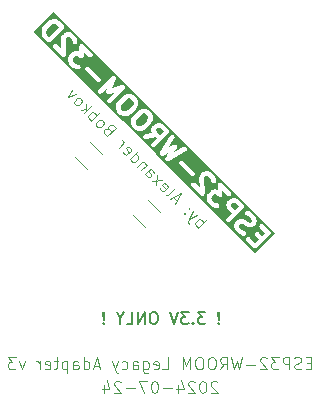
<source format=gbr>
%TF.GenerationSoftware,KiCad,Pcbnew,8.0.4*%
%TF.CreationDate,2024-07-25T09:27:33-04:00*%
%TF.ProjectId,ESP32-WROOM-Socket-Legacy-v2,45535033-322d-4575-924f-4f4d2d536f63,rev?*%
%TF.SameCoordinates,Original*%
%TF.FileFunction,Legend,Bot*%
%TF.FilePolarity,Positive*%
%FSLAX46Y46*%
G04 Gerber Fmt 4.6, Leading zero omitted, Abs format (unit mm)*
G04 Created by KiCad (PCBNEW 8.0.4) date 2024-07-25 09:27:33*
%MOMM*%
%LPD*%
G01*
G04 APERTURE LIST*
%ADD10C,0.100000*%
%ADD11C,0.200000*%
%ADD12C,0.400000*%
%ADD13C,0.120000*%
G04 APERTURE END LIST*
D10*
X164817142Y-109907657D02*
X164769523Y-109860038D01*
X164769523Y-109860038D02*
X164674285Y-109812419D01*
X164674285Y-109812419D02*
X164436190Y-109812419D01*
X164436190Y-109812419D02*
X164340952Y-109860038D01*
X164340952Y-109860038D02*
X164293333Y-109907657D01*
X164293333Y-109907657D02*
X164245714Y-110002895D01*
X164245714Y-110002895D02*
X164245714Y-110098133D01*
X164245714Y-110098133D02*
X164293333Y-110240990D01*
X164293333Y-110240990D02*
X164864761Y-110812419D01*
X164864761Y-110812419D02*
X164245714Y-110812419D01*
X163626666Y-109812419D02*
X163531428Y-109812419D01*
X163531428Y-109812419D02*
X163436190Y-109860038D01*
X163436190Y-109860038D02*
X163388571Y-109907657D01*
X163388571Y-109907657D02*
X163340952Y-110002895D01*
X163340952Y-110002895D02*
X163293333Y-110193371D01*
X163293333Y-110193371D02*
X163293333Y-110431466D01*
X163293333Y-110431466D02*
X163340952Y-110621942D01*
X163340952Y-110621942D02*
X163388571Y-110717180D01*
X163388571Y-110717180D02*
X163436190Y-110764800D01*
X163436190Y-110764800D02*
X163531428Y-110812419D01*
X163531428Y-110812419D02*
X163626666Y-110812419D01*
X163626666Y-110812419D02*
X163721904Y-110764800D01*
X163721904Y-110764800D02*
X163769523Y-110717180D01*
X163769523Y-110717180D02*
X163817142Y-110621942D01*
X163817142Y-110621942D02*
X163864761Y-110431466D01*
X163864761Y-110431466D02*
X163864761Y-110193371D01*
X163864761Y-110193371D02*
X163817142Y-110002895D01*
X163817142Y-110002895D02*
X163769523Y-109907657D01*
X163769523Y-109907657D02*
X163721904Y-109860038D01*
X163721904Y-109860038D02*
X163626666Y-109812419D01*
X162912380Y-109907657D02*
X162864761Y-109860038D01*
X162864761Y-109860038D02*
X162769523Y-109812419D01*
X162769523Y-109812419D02*
X162531428Y-109812419D01*
X162531428Y-109812419D02*
X162436190Y-109860038D01*
X162436190Y-109860038D02*
X162388571Y-109907657D01*
X162388571Y-109907657D02*
X162340952Y-110002895D01*
X162340952Y-110002895D02*
X162340952Y-110098133D01*
X162340952Y-110098133D02*
X162388571Y-110240990D01*
X162388571Y-110240990D02*
X162959999Y-110812419D01*
X162959999Y-110812419D02*
X162340952Y-110812419D01*
X161483809Y-110145752D02*
X161483809Y-110812419D01*
X161721904Y-109764800D02*
X161959999Y-110479085D01*
X161959999Y-110479085D02*
X161340952Y-110479085D01*
X160959999Y-110431466D02*
X160198095Y-110431466D01*
X159531428Y-109812419D02*
X159436190Y-109812419D01*
X159436190Y-109812419D02*
X159340952Y-109860038D01*
X159340952Y-109860038D02*
X159293333Y-109907657D01*
X159293333Y-109907657D02*
X159245714Y-110002895D01*
X159245714Y-110002895D02*
X159198095Y-110193371D01*
X159198095Y-110193371D02*
X159198095Y-110431466D01*
X159198095Y-110431466D02*
X159245714Y-110621942D01*
X159245714Y-110621942D02*
X159293333Y-110717180D01*
X159293333Y-110717180D02*
X159340952Y-110764800D01*
X159340952Y-110764800D02*
X159436190Y-110812419D01*
X159436190Y-110812419D02*
X159531428Y-110812419D01*
X159531428Y-110812419D02*
X159626666Y-110764800D01*
X159626666Y-110764800D02*
X159674285Y-110717180D01*
X159674285Y-110717180D02*
X159721904Y-110621942D01*
X159721904Y-110621942D02*
X159769523Y-110431466D01*
X159769523Y-110431466D02*
X159769523Y-110193371D01*
X159769523Y-110193371D02*
X159721904Y-110002895D01*
X159721904Y-110002895D02*
X159674285Y-109907657D01*
X159674285Y-109907657D02*
X159626666Y-109860038D01*
X159626666Y-109860038D02*
X159531428Y-109812419D01*
X158864761Y-109812419D02*
X158198095Y-109812419D01*
X158198095Y-109812419D02*
X158626666Y-110812419D01*
X157817142Y-110431466D02*
X157055238Y-110431466D01*
X156626666Y-109907657D02*
X156579047Y-109860038D01*
X156579047Y-109860038D02*
X156483809Y-109812419D01*
X156483809Y-109812419D02*
X156245714Y-109812419D01*
X156245714Y-109812419D02*
X156150476Y-109860038D01*
X156150476Y-109860038D02*
X156102857Y-109907657D01*
X156102857Y-109907657D02*
X156055238Y-110002895D01*
X156055238Y-110002895D02*
X156055238Y-110098133D01*
X156055238Y-110098133D02*
X156102857Y-110240990D01*
X156102857Y-110240990D02*
X156674285Y-110812419D01*
X156674285Y-110812419D02*
X156055238Y-110812419D01*
X155198095Y-110145752D02*
X155198095Y-110812419D01*
X155436190Y-109764800D02*
X155674285Y-110479085D01*
X155674285Y-110479085D02*
X155055238Y-110479085D01*
D11*
X164940951Y-104896980D02*
X164893332Y-104944600D01*
X164893332Y-104944600D02*
X164940951Y-104992219D01*
X164940951Y-104992219D02*
X164988570Y-104944600D01*
X164988570Y-104944600D02*
X164940951Y-104896980D01*
X164940951Y-104896980D02*
X164940951Y-104992219D01*
X164940951Y-104611266D02*
X164988570Y-104039838D01*
X164988570Y-104039838D02*
X164940951Y-103992219D01*
X164940951Y-103992219D02*
X164893332Y-104039838D01*
X164893332Y-104039838D02*
X164940951Y-104611266D01*
X164940951Y-104611266D02*
X164940951Y-103992219D01*
X163798094Y-103992219D02*
X163179047Y-103992219D01*
X163179047Y-103992219D02*
X163512380Y-104373171D01*
X163512380Y-104373171D02*
X163369523Y-104373171D01*
X163369523Y-104373171D02*
X163274285Y-104420790D01*
X163274285Y-104420790D02*
X163226666Y-104468409D01*
X163226666Y-104468409D02*
X163179047Y-104563647D01*
X163179047Y-104563647D02*
X163179047Y-104801742D01*
X163179047Y-104801742D02*
X163226666Y-104896980D01*
X163226666Y-104896980D02*
X163274285Y-104944600D01*
X163274285Y-104944600D02*
X163369523Y-104992219D01*
X163369523Y-104992219D02*
X163655237Y-104992219D01*
X163655237Y-104992219D02*
X163750475Y-104944600D01*
X163750475Y-104944600D02*
X163798094Y-104896980D01*
X162750475Y-104896980D02*
X162702856Y-104944600D01*
X162702856Y-104944600D02*
X162750475Y-104992219D01*
X162750475Y-104992219D02*
X162798094Y-104944600D01*
X162798094Y-104944600D02*
X162750475Y-104896980D01*
X162750475Y-104896980D02*
X162750475Y-104992219D01*
X162369523Y-103992219D02*
X161750476Y-103992219D01*
X161750476Y-103992219D02*
X162083809Y-104373171D01*
X162083809Y-104373171D02*
X161940952Y-104373171D01*
X161940952Y-104373171D02*
X161845714Y-104420790D01*
X161845714Y-104420790D02*
X161798095Y-104468409D01*
X161798095Y-104468409D02*
X161750476Y-104563647D01*
X161750476Y-104563647D02*
X161750476Y-104801742D01*
X161750476Y-104801742D02*
X161798095Y-104896980D01*
X161798095Y-104896980D02*
X161845714Y-104944600D01*
X161845714Y-104944600D02*
X161940952Y-104992219D01*
X161940952Y-104992219D02*
X162226666Y-104992219D01*
X162226666Y-104992219D02*
X162321904Y-104944600D01*
X162321904Y-104944600D02*
X162369523Y-104896980D01*
X161464761Y-103992219D02*
X161131428Y-104992219D01*
X161131428Y-104992219D02*
X160798095Y-103992219D01*
X159512380Y-103992219D02*
X159321904Y-103992219D01*
X159321904Y-103992219D02*
X159226666Y-104039838D01*
X159226666Y-104039838D02*
X159131428Y-104135076D01*
X159131428Y-104135076D02*
X159083809Y-104325552D01*
X159083809Y-104325552D02*
X159083809Y-104658885D01*
X159083809Y-104658885D02*
X159131428Y-104849361D01*
X159131428Y-104849361D02*
X159226666Y-104944600D01*
X159226666Y-104944600D02*
X159321904Y-104992219D01*
X159321904Y-104992219D02*
X159512380Y-104992219D01*
X159512380Y-104992219D02*
X159607618Y-104944600D01*
X159607618Y-104944600D02*
X159702856Y-104849361D01*
X159702856Y-104849361D02*
X159750475Y-104658885D01*
X159750475Y-104658885D02*
X159750475Y-104325552D01*
X159750475Y-104325552D02*
X159702856Y-104135076D01*
X159702856Y-104135076D02*
X159607618Y-104039838D01*
X159607618Y-104039838D02*
X159512380Y-103992219D01*
X158655237Y-104992219D02*
X158655237Y-103992219D01*
X158655237Y-103992219D02*
X158083809Y-104992219D01*
X158083809Y-104992219D02*
X158083809Y-103992219D01*
X157131428Y-104992219D02*
X157607618Y-104992219D01*
X157607618Y-104992219D02*
X157607618Y-103992219D01*
X156607618Y-104516028D02*
X156607618Y-104992219D01*
X156940951Y-103992219D02*
X156607618Y-104516028D01*
X156607618Y-104516028D02*
X156274285Y-103992219D01*
X155179046Y-104896980D02*
X155131427Y-104944600D01*
X155131427Y-104944600D02*
X155179046Y-104992219D01*
X155179046Y-104992219D02*
X155226665Y-104944600D01*
X155226665Y-104944600D02*
X155179046Y-104896980D01*
X155179046Y-104896980D02*
X155179046Y-104992219D01*
X155179046Y-104611266D02*
X155226665Y-104039838D01*
X155226665Y-104039838D02*
X155179046Y-103992219D01*
X155179046Y-103992219D02*
X155131427Y-104039838D01*
X155131427Y-104039838D02*
X155179046Y-104611266D01*
X155179046Y-104611266D02*
X155179046Y-103992219D01*
D10*
X163192395Y-96819283D02*
X163899502Y-96112176D01*
X163630128Y-96381550D02*
X163596456Y-96280535D01*
X163596456Y-96280535D02*
X163461769Y-96145848D01*
X163461769Y-96145848D02*
X163360754Y-96112176D01*
X163360754Y-96112176D02*
X163293410Y-96112176D01*
X163293410Y-96112176D02*
X163192395Y-96145848D01*
X163192395Y-96145848D02*
X162990365Y-96347879D01*
X162990365Y-96347879D02*
X162956693Y-96448894D01*
X162956693Y-96448894D02*
X162956693Y-96516237D01*
X162956693Y-96516237D02*
X162990365Y-96617253D01*
X162990365Y-96617253D02*
X163125052Y-96751940D01*
X163125052Y-96751940D02*
X163226067Y-96785611D01*
X163091380Y-95775459D02*
X162451616Y-96078505D01*
X162754662Y-95438741D02*
X162451616Y-96078505D01*
X162451616Y-96078505D02*
X162350601Y-96314207D01*
X162350601Y-96314207D02*
X162350601Y-96381550D01*
X162350601Y-96381550D02*
X162384273Y-96482566D01*
X162081227Y-95573428D02*
X162013883Y-95573428D01*
X162013883Y-95573428D02*
X162013883Y-95640772D01*
X162013883Y-95640772D02*
X162081227Y-95640772D01*
X162081227Y-95640772D02*
X162081227Y-95573428D01*
X162081227Y-95573428D02*
X162013883Y-95640772D01*
X162451616Y-95203039D02*
X162384273Y-95203039D01*
X162384273Y-95203039D02*
X162384273Y-95270382D01*
X162384273Y-95270382D02*
X162451616Y-95270382D01*
X162451616Y-95270382D02*
X162451616Y-95203039D01*
X162451616Y-95203039D02*
X162384273Y-95270382D01*
X161374120Y-94596948D02*
X161037403Y-94260230D01*
X161239433Y-94866322D02*
X161710838Y-93923513D01*
X161710838Y-93923513D02*
X160768029Y-94394917D01*
X160431311Y-94058199D02*
X160532326Y-94091871D01*
X160532326Y-94091871D02*
X160633342Y-94058199D01*
X160633342Y-94058199D02*
X161239433Y-93452108D01*
X159926235Y-93485779D02*
X159959906Y-93586795D01*
X159959906Y-93586795D02*
X160094593Y-93721482D01*
X160094593Y-93721482D02*
X160195609Y-93755153D01*
X160195609Y-93755153D02*
X160296624Y-93721482D01*
X160296624Y-93721482D02*
X160565998Y-93452108D01*
X160565998Y-93452108D02*
X160599670Y-93351092D01*
X160599670Y-93351092D02*
X160565998Y-93250077D01*
X160565998Y-93250077D02*
X160431311Y-93115390D01*
X160431311Y-93115390D02*
X160330296Y-93081718D01*
X160330296Y-93081718D02*
X160229280Y-93115390D01*
X160229280Y-93115390D02*
X160161937Y-93182734D01*
X160161937Y-93182734D02*
X160431311Y-93586795D01*
X159623189Y-93250077D02*
X159724204Y-92408283D01*
X160094593Y-92778672D02*
X159252799Y-92879688D01*
X158680380Y-92307268D02*
X159050769Y-91936879D01*
X159050769Y-91936879D02*
X159151784Y-91903207D01*
X159151784Y-91903207D02*
X159252799Y-91936879D01*
X159252799Y-91936879D02*
X159387486Y-92071566D01*
X159387486Y-92071566D02*
X159421158Y-92172581D01*
X158714051Y-92273596D02*
X158747723Y-92374611D01*
X158747723Y-92374611D02*
X158916082Y-92542970D01*
X158916082Y-92542970D02*
X159017097Y-92576642D01*
X159017097Y-92576642D02*
X159118112Y-92542970D01*
X159118112Y-92542970D02*
X159185456Y-92475627D01*
X159185456Y-92475627D02*
X159219128Y-92374611D01*
X159219128Y-92374611D02*
X159185456Y-92273596D01*
X159185456Y-92273596D02*
X159017097Y-92105237D01*
X159017097Y-92105237D02*
X158983425Y-92004222D01*
X158815067Y-91499146D02*
X158343662Y-91970550D01*
X158747723Y-91566489D02*
X158747723Y-91499146D01*
X158747723Y-91499146D02*
X158714051Y-91398130D01*
X158714051Y-91398130D02*
X158613036Y-91297115D01*
X158613036Y-91297115D02*
X158512021Y-91263443D01*
X158512021Y-91263443D02*
X158411006Y-91297115D01*
X158411006Y-91297115D02*
X158040616Y-91667504D01*
X157400853Y-91027741D02*
X158107960Y-90320634D01*
X157434525Y-90994069D02*
X157468196Y-91095085D01*
X157468196Y-91095085D02*
X157602883Y-91229772D01*
X157602883Y-91229772D02*
X157703899Y-91263443D01*
X157703899Y-91263443D02*
X157771242Y-91263443D01*
X157771242Y-91263443D02*
X157872257Y-91229772D01*
X157872257Y-91229772D02*
X158074288Y-91027741D01*
X158074288Y-91027741D02*
X158107960Y-90926726D01*
X158107960Y-90926726D02*
X158107960Y-90859382D01*
X158107960Y-90859382D02*
X158074288Y-90758367D01*
X158074288Y-90758367D02*
X157939601Y-90623680D01*
X157939601Y-90623680D02*
X157838586Y-90590008D01*
X156828433Y-90387978D02*
X156862105Y-90488993D01*
X156862105Y-90488993D02*
X156996792Y-90623680D01*
X156996792Y-90623680D02*
X157097807Y-90657352D01*
X157097807Y-90657352D02*
X157198822Y-90623680D01*
X157198822Y-90623680D02*
X157468196Y-90354306D01*
X157468196Y-90354306D02*
X157501868Y-90253291D01*
X157501868Y-90253291D02*
X157468196Y-90152276D01*
X157468196Y-90152276D02*
X157333509Y-90017589D01*
X157333509Y-90017589D02*
X157232494Y-89983917D01*
X157232494Y-89983917D02*
X157131479Y-90017589D01*
X157131479Y-90017589D02*
X157064135Y-90084932D01*
X157064135Y-90084932D02*
X157333509Y-90488993D01*
X156458044Y-90084932D02*
X156929448Y-89613527D01*
X156794761Y-89748214D02*
X156828433Y-89647199D01*
X156828433Y-89647199D02*
X156828433Y-89579856D01*
X156828433Y-89579856D02*
X156794761Y-89478840D01*
X156794761Y-89478840D02*
X156727418Y-89411497D01*
X155616249Y-88502359D02*
X155481562Y-88435016D01*
X155481562Y-88435016D02*
X155414219Y-88435016D01*
X155414219Y-88435016D02*
X155313204Y-88468687D01*
X155313204Y-88468687D02*
X155212188Y-88569703D01*
X155212188Y-88569703D02*
X155178517Y-88670718D01*
X155178517Y-88670718D02*
X155178517Y-88738061D01*
X155178517Y-88738061D02*
X155212188Y-88839077D01*
X155212188Y-88839077D02*
X155481562Y-89108451D01*
X155481562Y-89108451D02*
X156188669Y-88401344D01*
X156188669Y-88401344D02*
X155952967Y-88165642D01*
X155952967Y-88165642D02*
X155851952Y-88131970D01*
X155851952Y-88131970D02*
X155784608Y-88131970D01*
X155784608Y-88131970D02*
X155683593Y-88165642D01*
X155683593Y-88165642D02*
X155616249Y-88232985D01*
X155616249Y-88232985D02*
X155582578Y-88334000D01*
X155582578Y-88334000D02*
X155582578Y-88401344D01*
X155582578Y-88401344D02*
X155616249Y-88502359D01*
X155616249Y-88502359D02*
X155851952Y-88738061D01*
X154673440Y-88300329D02*
X154774456Y-88334000D01*
X154774456Y-88334000D02*
X154841799Y-88334000D01*
X154841799Y-88334000D02*
X154942814Y-88300329D01*
X154942814Y-88300329D02*
X155144845Y-88098298D01*
X155144845Y-88098298D02*
X155178517Y-87997283D01*
X155178517Y-87997283D02*
X155178517Y-87929939D01*
X155178517Y-87929939D02*
X155144845Y-87828924D01*
X155144845Y-87828924D02*
X155043830Y-87727909D01*
X155043830Y-87727909D02*
X154942814Y-87694237D01*
X154942814Y-87694237D02*
X154875471Y-87694237D01*
X154875471Y-87694237D02*
X154774456Y-87727909D01*
X154774456Y-87727909D02*
X154572425Y-87929939D01*
X154572425Y-87929939D02*
X154538753Y-88030955D01*
X154538753Y-88030955D02*
X154538753Y-88098298D01*
X154538753Y-88098298D02*
X154572425Y-88199313D01*
X154572425Y-88199313D02*
X154673440Y-88300329D01*
X154134692Y-87761581D02*
X154841799Y-87054474D01*
X154572425Y-87323848D02*
X154538753Y-87222833D01*
X154538753Y-87222833D02*
X154404066Y-87088146D01*
X154404066Y-87088146D02*
X154303051Y-87054474D01*
X154303051Y-87054474D02*
X154235708Y-87054474D01*
X154235708Y-87054474D02*
X154134692Y-87088146D01*
X154134692Y-87088146D02*
X153932662Y-87290176D01*
X153932662Y-87290176D02*
X153898990Y-87391191D01*
X153898990Y-87391191D02*
X153898990Y-87458535D01*
X153898990Y-87458535D02*
X153932662Y-87559550D01*
X153932662Y-87559550D02*
X154067349Y-87694237D01*
X154067349Y-87694237D02*
X154168364Y-87727909D01*
X153494929Y-87121817D02*
X154202036Y-86414710D01*
X153696959Y-86785100D02*
X153225555Y-86852443D01*
X153696959Y-86381039D02*
X153696959Y-86919787D01*
X152821494Y-86448382D02*
X152922509Y-86482054D01*
X152922509Y-86482054D02*
X152989853Y-86482054D01*
X152989853Y-86482054D02*
X153090868Y-86448382D01*
X153090868Y-86448382D02*
X153292898Y-86246352D01*
X153292898Y-86246352D02*
X153326570Y-86145336D01*
X153326570Y-86145336D02*
X153326570Y-86077993D01*
X153326570Y-86077993D02*
X153292898Y-85976978D01*
X153292898Y-85976978D02*
X153191883Y-85875962D01*
X153191883Y-85875962D02*
X153090868Y-85842291D01*
X153090868Y-85842291D02*
X153023524Y-85842291D01*
X153023524Y-85842291D02*
X152922509Y-85875962D01*
X152922509Y-85875962D02*
X152720479Y-86077993D01*
X152720479Y-86077993D02*
X152686807Y-86179008D01*
X152686807Y-86179008D02*
X152686807Y-86246352D01*
X152686807Y-86246352D02*
X152720479Y-86347367D01*
X152720479Y-86347367D02*
X152821494Y-86448382D01*
X152821494Y-85505573D02*
X152181730Y-85808619D01*
X152181730Y-85808619D02*
X152484776Y-85168855D01*
D12*
G36*
X166230350Y-94709510D02*
G01*
X166326736Y-94744208D01*
X166611637Y-95029109D01*
X166301857Y-95338890D01*
X166016955Y-95053989D01*
X165982257Y-94957603D01*
X165980853Y-94911279D01*
X166007106Y-94825517D01*
X166098265Y-94734359D01*
X166184026Y-94708106D01*
X166230350Y-94709510D01*
G37*
G36*
X159876490Y-88355650D02*
G01*
X159972876Y-88390348D01*
X160257777Y-88675249D01*
X159947997Y-88985030D01*
X159663095Y-88700129D01*
X159628397Y-88603743D01*
X159626993Y-88557419D01*
X159653246Y-88471657D01*
X159744405Y-88380499D01*
X159830166Y-88354246D01*
X159876490Y-88355650D01*
G37*
G36*
X158674411Y-87153568D02*
G01*
X158770793Y-87188265D01*
X158936535Y-87354007D01*
X158971234Y-87450393D01*
X158975276Y-87583791D01*
X158858773Y-87784573D01*
X158518574Y-88124773D01*
X158317791Y-88241277D01*
X158184392Y-88237235D01*
X158088006Y-88202536D01*
X157922265Y-88036795D01*
X157887567Y-87940409D01*
X157883525Y-87807012D01*
X158000029Y-87606227D01*
X158340224Y-87266032D01*
X158541012Y-87149525D01*
X158674411Y-87153568D01*
G37*
G36*
X157415085Y-85894245D02*
G01*
X157511471Y-85928943D01*
X157677212Y-86094684D01*
X157711910Y-86191070D01*
X157715953Y-86324467D01*
X157599449Y-86525251D01*
X157259252Y-86865449D01*
X157058466Y-86981954D01*
X156925069Y-86977911D01*
X156828683Y-86943213D01*
X156662942Y-86777472D01*
X156628244Y-86681086D01*
X156624201Y-86547689D01*
X156740705Y-86346905D01*
X157080904Y-86006707D01*
X157281689Y-85890203D01*
X157415085Y-85894245D01*
G37*
G36*
X151104374Y-79597200D02*
G01*
X151262145Y-79679617D01*
X151385270Y-79802742D01*
X150536741Y-80651271D01*
X150413618Y-80528148D01*
X150331199Y-80370374D01*
X150326855Y-80227029D01*
X150360970Y-80115587D01*
X150494596Y-79885294D01*
X150619294Y-79760596D01*
X150849586Y-79626970D01*
X150961027Y-79592856D01*
X151104374Y-79597200D01*
G37*
G36*
X169692603Y-97261547D02*
G01*
X167995546Y-98958604D01*
X166818422Y-97781480D01*
X167226969Y-97781480D01*
X167226969Y-97859516D01*
X167256832Y-97931612D01*
X167281705Y-97961919D01*
X167854125Y-98534339D01*
X167884432Y-98559212D01*
X167956528Y-98589075D01*
X168034564Y-98589075D01*
X168106660Y-98559212D01*
X168136967Y-98534339D01*
X169268338Y-97402969D01*
X169293211Y-97372661D01*
X169323074Y-97300565D01*
X169323074Y-97222529D01*
X169293211Y-97150433D01*
X169268338Y-97120126D01*
X168695918Y-96547706D01*
X168665611Y-96522833D01*
X168593515Y-96492970D01*
X168515479Y-96492970D01*
X168443383Y-96522833D01*
X168388203Y-96578013D01*
X168358340Y-96650109D01*
X168358340Y-96728145D01*
X168388203Y-96800241D01*
X168413076Y-96830548D01*
X168844074Y-97261546D01*
X168588168Y-97517452D01*
X168328896Y-97258180D01*
X168298589Y-97233307D01*
X168226493Y-97203444D01*
X168148457Y-97203444D01*
X168076361Y-97233307D01*
X168021181Y-97288487D01*
X167991318Y-97360583D01*
X167991318Y-97438619D01*
X168021181Y-97510715D01*
X168046054Y-97541022D01*
X168305326Y-97800294D01*
X167995545Y-98110075D01*
X167564547Y-97679077D01*
X167534240Y-97654204D01*
X167462144Y-97624341D01*
X167384108Y-97624341D01*
X167312012Y-97654204D01*
X167256832Y-97709384D01*
X167226969Y-97781480D01*
X166818422Y-97781480D01*
X165668152Y-96631210D01*
X166243370Y-96631210D01*
X166246738Y-96742327D01*
X166249116Y-96760737D01*
X166248868Y-96765998D01*
X166250767Y-96773519D01*
X166251761Y-96781211D01*
X166253922Y-96786011D01*
X166258468Y-96804012D01*
X166319077Y-96972370D01*
X166335909Y-97007780D01*
X166339129Y-97011319D01*
X166340961Y-97015741D01*
X166365834Y-97046049D01*
X166652044Y-97332257D01*
X166664761Y-97342694D01*
X166668057Y-97346633D01*
X166675484Y-97351494D01*
X166682351Y-97357130D01*
X166687097Y-97359096D01*
X166700861Y-97368105D01*
X166926461Y-97485957D01*
X166962824Y-97500617D01*
X167040553Y-97507530D01*
X167115011Y-97484171D01*
X167174862Y-97434097D01*
X167210994Y-97364930D01*
X167217907Y-97287200D01*
X167194548Y-97212742D01*
X167144474Y-97152891D01*
X167111669Y-97131419D01*
X166913225Y-97027753D01*
X166680288Y-96794817D01*
X166645590Y-96698432D01*
X166644186Y-96652109D01*
X166670440Y-96566347D01*
X166707723Y-96529064D01*
X166793487Y-96502810D01*
X166839809Y-96504214D01*
X166958542Y-96546957D01*
X167223573Y-96711025D01*
X167225085Y-96711767D01*
X167225691Y-96712318D01*
X167242323Y-96720224D01*
X167258772Y-96728294D01*
X167259575Y-96728425D01*
X167261101Y-96729150D01*
X167429460Y-96789758D01*
X167447462Y-96794304D01*
X167452263Y-96796466D01*
X167459950Y-96797459D01*
X167467473Y-96799359D01*
X167472735Y-96799110D01*
X167491147Y-96801489D01*
X167602264Y-96804856D01*
X167623202Y-96803432D01*
X167628430Y-96803934D01*
X167634844Y-96802641D01*
X167641380Y-96802197D01*
X167646294Y-96800333D01*
X167666864Y-96796188D01*
X167831856Y-96745680D01*
X167868040Y-96730584D01*
X167875495Y-96724433D01*
X167884427Y-96720734D01*
X167914734Y-96695861D01*
X168022483Y-96588112D01*
X168047356Y-96557805D01*
X168051055Y-96548873D01*
X168057206Y-96541418D01*
X168072302Y-96505234D01*
X168122810Y-96340242D01*
X168126955Y-96319672D01*
X168128819Y-96314758D01*
X168129263Y-96308222D01*
X168130556Y-96301808D01*
X168130054Y-96296580D01*
X168131478Y-96275642D01*
X168128111Y-96164525D01*
X168125732Y-96146113D01*
X168125981Y-96140851D01*
X168124081Y-96133328D01*
X168123088Y-96125641D01*
X168120926Y-96120840D01*
X168116380Y-96102838D01*
X168055771Y-95934480D01*
X168038939Y-95899070D01*
X168035719Y-95895531D01*
X168033888Y-95891110D01*
X168009015Y-95860803D01*
X167722805Y-95574593D01*
X167710086Y-95564155D01*
X167706791Y-95560216D01*
X167699362Y-95555353D01*
X167692498Y-95549720D01*
X167687752Y-95547754D01*
X167673987Y-95538744D01*
X167448386Y-95420893D01*
X167412023Y-95406233D01*
X167334294Y-95399321D01*
X167259836Y-95422680D01*
X167199985Y-95472755D01*
X167163853Y-95541923D01*
X167156941Y-95619652D01*
X167180300Y-95694110D01*
X167230375Y-95753961D01*
X167263180Y-95775433D01*
X167461628Y-95879100D01*
X167694559Y-96112031D01*
X167729257Y-96208417D01*
X167730661Y-96254739D01*
X167704406Y-96340504D01*
X167667126Y-96377784D01*
X167581361Y-96404039D01*
X167535038Y-96402635D01*
X167416300Y-96359890D01*
X167151275Y-96195825D01*
X167149760Y-96195081D01*
X167149156Y-96194532D01*
X167132590Y-96186657D01*
X167116076Y-96178555D01*
X167115267Y-96178423D01*
X167113746Y-96177700D01*
X166945388Y-96117091D01*
X166927383Y-96112544D01*
X166922585Y-96110384D01*
X166914897Y-96109390D01*
X166907374Y-96107491D01*
X166902111Y-96107739D01*
X166883701Y-96105361D01*
X166772584Y-96101994D01*
X166751645Y-96103417D01*
X166746418Y-96102916D01*
X166740003Y-96104208D01*
X166733468Y-96104653D01*
X166728553Y-96106516D01*
X166707984Y-96110662D01*
X166542993Y-96161170D01*
X166506808Y-96176266D01*
X166499350Y-96182418D01*
X166490423Y-96186116D01*
X166460115Y-96210988D01*
X166352365Y-96318737D01*
X166327493Y-96349044D01*
X166323793Y-96357975D01*
X166317642Y-96365432D01*
X166302546Y-96401616D01*
X166252038Y-96566608D01*
X166247891Y-96587180D01*
X166246029Y-96592094D01*
X166245584Y-96598626D01*
X166244292Y-96605042D01*
X166244793Y-96610269D01*
X166243370Y-96631210D01*
X165668152Y-96631210D01*
X165158405Y-96121463D01*
X165566952Y-96121463D01*
X165566952Y-96199499D01*
X165596815Y-96271595D01*
X165651995Y-96326775D01*
X165724091Y-96356638D01*
X165802127Y-96356638D01*
X165874223Y-96326775D01*
X165904530Y-96301902D01*
X167035901Y-95170532D01*
X167060774Y-95140224D01*
X167090637Y-95068128D01*
X167090637Y-94990092D01*
X167060774Y-94917996D01*
X167035901Y-94887688D01*
X166577965Y-94429753D01*
X166547658Y-94404880D01*
X166543236Y-94403048D01*
X166539697Y-94399828D01*
X166504287Y-94382996D01*
X166335929Y-94322387D01*
X166317924Y-94317840D01*
X166313126Y-94315680D01*
X166305438Y-94314686D01*
X166297915Y-94312787D01*
X166292652Y-94313035D01*
X166274242Y-94310657D01*
X166163125Y-94307290D01*
X166142192Y-94308712D01*
X166136960Y-94308211D01*
X166130540Y-94309505D01*
X166124009Y-94309949D01*
X166119096Y-94311811D01*
X166098526Y-94315958D01*
X165933535Y-94366465D01*
X165897350Y-94381561D01*
X165889893Y-94387711D01*
X165880963Y-94391411D01*
X165850655Y-94416284D01*
X165689031Y-94577909D01*
X165664158Y-94608216D01*
X165660458Y-94617146D01*
X165654308Y-94624603D01*
X165639212Y-94660787D01*
X165588705Y-94825779D01*
X165584559Y-94846346D01*
X165582696Y-94851262D01*
X165582251Y-94857799D01*
X165580959Y-94864213D01*
X165581460Y-94869439D01*
X165580037Y-94890378D01*
X165583404Y-95001495D01*
X165585782Y-95019905D01*
X165585534Y-95025168D01*
X165587433Y-95032691D01*
X165588427Y-95040379D01*
X165590587Y-95045177D01*
X165595134Y-95063182D01*
X165655743Y-95231540D01*
X165672575Y-95266950D01*
X165675795Y-95270489D01*
X165677627Y-95274911D01*
X165702500Y-95305218D01*
X166019014Y-95621733D01*
X165621688Y-96019060D01*
X165596815Y-96049367D01*
X165566952Y-96121463D01*
X165158405Y-96121463D01*
X163321230Y-94284288D01*
X163896449Y-94284288D01*
X163899816Y-94395404D01*
X163902194Y-94413814D01*
X163901946Y-94419076D01*
X163903845Y-94426598D01*
X163904839Y-94434287D01*
X163906999Y-94439085D01*
X163911546Y-94457090D01*
X163972155Y-94625448D01*
X163988987Y-94660858D01*
X163992207Y-94664397D01*
X163994039Y-94668819D01*
X164018912Y-94699126D01*
X164362363Y-95042578D01*
X164392671Y-95067451D01*
X164397090Y-95069281D01*
X164400631Y-95072503D01*
X164436041Y-95089335D01*
X164604400Y-95149943D01*
X164622402Y-95154489D01*
X164627203Y-95156651D01*
X164634890Y-95157644D01*
X164642413Y-95159544D01*
X164647675Y-95159295D01*
X164666087Y-95161674D01*
X164777204Y-95165041D01*
X164816320Y-95162382D01*
X164889287Y-95134716D01*
X164946113Y-95081233D01*
X164978146Y-95010074D01*
X164980510Y-94932074D01*
X164952844Y-94859107D01*
X164899361Y-94802281D01*
X164828202Y-94770248D01*
X164789318Y-94765225D01*
X164709978Y-94762820D01*
X164613592Y-94728122D01*
X164333367Y-94447897D01*
X164298669Y-94351511D01*
X164297265Y-94305189D01*
X164323519Y-94219425D01*
X164522427Y-94020518D01*
X164608189Y-93994264D01*
X164654511Y-93995668D01*
X164750898Y-94030367D01*
X164891010Y-94170480D01*
X164912385Y-94188022D01*
X164915337Y-94191197D01*
X164917409Y-94192145D01*
X164921318Y-94195353D01*
X164954066Y-94208917D01*
X164986297Y-94223665D01*
X164989994Y-94223799D01*
X164993414Y-94225216D01*
X165028857Y-94225216D01*
X165064282Y-94226507D01*
X165067751Y-94225216D01*
X165071450Y-94225216D01*
X165104188Y-94211655D01*
X165137417Y-94199289D01*
X165140127Y-94196768D01*
X165143546Y-94195353D01*
X165168610Y-94170288D01*
X165194570Y-94146154D01*
X165196109Y-94142789D01*
X165198726Y-94140173D01*
X165212290Y-94107424D01*
X165227038Y-94075194D01*
X165227716Y-94070183D01*
X165228589Y-94068077D01*
X165228589Y-94063739D01*
X165232299Y-94036341D01*
X165245889Y-93663361D01*
X165665460Y-94082933D01*
X165695768Y-94107806D01*
X165767864Y-94137669D01*
X165845900Y-94137669D01*
X165917996Y-94107806D01*
X165973176Y-94052626D01*
X166003039Y-93980530D01*
X166003039Y-93902494D01*
X165973176Y-93830398D01*
X165948303Y-93800090D01*
X165204157Y-93055945D01*
X165182783Y-93038403D01*
X165179831Y-93035228D01*
X165177758Y-93034279D01*
X165173850Y-93031072D01*
X165141101Y-93017507D01*
X165108871Y-93002760D01*
X165105173Y-93002625D01*
X165101754Y-93001209D01*
X165066311Y-93001209D01*
X165030886Y-92999918D01*
X165027417Y-93001209D01*
X165023718Y-93001209D01*
X164990979Y-93014769D01*
X164957751Y-93027136D01*
X164955040Y-93029656D01*
X164951622Y-93031072D01*
X164926565Y-93056128D01*
X164900598Y-93080270D01*
X164899057Y-93083636D01*
X164896442Y-93086252D01*
X164882879Y-93118995D01*
X164868130Y-93151231D01*
X164867451Y-93156241D01*
X164866579Y-93158348D01*
X164866579Y-93162684D01*
X164862869Y-93190083D01*
X164846488Y-93639649D01*
X164760091Y-93608546D01*
X164742090Y-93604000D01*
X164737290Y-93601839D01*
X164729598Y-93600845D01*
X164722077Y-93598946D01*
X164716816Y-93599194D01*
X164698406Y-93596816D01*
X164587289Y-93593448D01*
X164566348Y-93594871D01*
X164561121Y-93594370D01*
X164554705Y-93595662D01*
X164548173Y-93596107D01*
X164543259Y-93597969D01*
X164522687Y-93602116D01*
X164357696Y-93652624D01*
X164321511Y-93667720D01*
X164314054Y-93673871D01*
X164305125Y-93677570D01*
X164274817Y-93702443D01*
X164005444Y-93971817D01*
X163980571Y-94002124D01*
X163976871Y-94011055D01*
X163970721Y-94018511D01*
X163955625Y-94054695D01*
X163905117Y-94219687D01*
X163900971Y-94240256D01*
X163899108Y-94245171D01*
X163898663Y-94251706D01*
X163897371Y-94258121D01*
X163897872Y-94263348D01*
X163896449Y-94284288D01*
X163321230Y-94284288D01*
X162181821Y-93144879D01*
X162590369Y-93144879D01*
X162590369Y-93222915D01*
X162620232Y-93295011D01*
X162645105Y-93325318D01*
X163389250Y-94069465D01*
X163419557Y-94094337D01*
X163422402Y-94095515D01*
X163424645Y-94097626D01*
X163458349Y-94110405D01*
X163491653Y-94124200D01*
X163494732Y-94124200D01*
X163497612Y-94125292D01*
X163533643Y-94124200D01*
X163569689Y-94124200D01*
X163572534Y-94123021D01*
X163575613Y-94122928D01*
X163608481Y-94108131D01*
X163641785Y-94094337D01*
X163643962Y-94092159D01*
X163646771Y-94090895D01*
X163671472Y-94064649D01*
X163696965Y-94039157D01*
X163698143Y-94036311D01*
X163700254Y-94034069D01*
X163713031Y-94000370D01*
X163726828Y-93967062D01*
X163726828Y-93963982D01*
X163727920Y-93961102D01*
X163730579Y-93921985D01*
X163691640Y-92637010D01*
X163760374Y-92492890D01*
X163808583Y-92444681D01*
X163894348Y-92418426D01*
X163940671Y-92419830D01*
X164037054Y-92454528D01*
X164260038Y-92677510D01*
X164294738Y-92773898D01*
X164297143Y-92853239D01*
X164302166Y-92892123D01*
X164334200Y-92963281D01*
X164391026Y-93016764D01*
X164463994Y-93044429D01*
X164541994Y-93042065D01*
X164613152Y-93010031D01*
X164666635Y-92953205D01*
X164694300Y-92880237D01*
X164696959Y-92841121D01*
X164693591Y-92730004D01*
X164691212Y-92711593D01*
X164691461Y-92706332D01*
X164689561Y-92698811D01*
X164688568Y-92691120D01*
X164686405Y-92686317D01*
X164681860Y-92668319D01*
X164621252Y-92499960D01*
X164604420Y-92464550D01*
X164601197Y-92461008D01*
X164599367Y-92456589D01*
X164574495Y-92426282D01*
X164288285Y-92140073D01*
X164257978Y-92115201D01*
X164253558Y-92113370D01*
X164250019Y-92110150D01*
X164214609Y-92093318D01*
X164046251Y-92032708D01*
X164028246Y-92028160D01*
X164023447Y-92026000D01*
X164015761Y-92025007D01*
X164008238Y-92023107D01*
X164002973Y-92023355D01*
X163984563Y-92020977D01*
X163873446Y-92017610D01*
X163852507Y-92019033D01*
X163847280Y-92018532D01*
X163840865Y-92019824D01*
X163834330Y-92020269D01*
X163829415Y-92022132D01*
X163808846Y-92026278D01*
X163643854Y-92076786D01*
X163607670Y-92091882D01*
X163600214Y-92098032D01*
X163591283Y-92101732D01*
X163560976Y-92126605D01*
X163453227Y-92234354D01*
X163438124Y-92252755D01*
X163434392Y-92256117D01*
X163431680Y-92260607D01*
X163428354Y-92264661D01*
X163426432Y-92269298D01*
X163414127Y-92289680D01*
X163309744Y-92508547D01*
X163296417Y-92545419D01*
X163295979Y-92553765D01*
X163293016Y-92561583D01*
X163290357Y-92600700D01*
X163315487Y-93430016D01*
X162927947Y-93042476D01*
X162897640Y-93017603D01*
X162825544Y-92987740D01*
X162747508Y-92987740D01*
X162675412Y-93017603D01*
X162620232Y-93072783D01*
X162590369Y-93144879D01*
X162181821Y-93144879D01*
X160319773Y-91282831D01*
X161590317Y-91282831D01*
X161590317Y-91360867D01*
X161620180Y-91432963D01*
X161645053Y-91463270D01*
X162560925Y-92379143D01*
X162591232Y-92404015D01*
X162663328Y-92433878D01*
X162741364Y-92433878D01*
X162813460Y-92404015D01*
X162868640Y-92348835D01*
X162898503Y-92276739D01*
X162898503Y-92198703D01*
X162868640Y-92126607D01*
X162843768Y-92096300D01*
X161927895Y-91180428D01*
X161897588Y-91155555D01*
X161825492Y-91125692D01*
X161747456Y-91125692D01*
X161675360Y-91155555D01*
X161620180Y-91210735D01*
X161590317Y-91282831D01*
X160319773Y-91282831D01*
X159597989Y-90561047D01*
X159953658Y-90561047D01*
X159960067Y-90586384D01*
X159963108Y-90612340D01*
X159969554Y-90623884D01*
X159972797Y-90636700D01*
X159988411Y-90657651D01*
X160001156Y-90680472D01*
X160011530Y-90688671D01*
X160019430Y-90699270D01*
X160041873Y-90712651D01*
X160062381Y-90728858D01*
X160075102Y-90732462D01*
X160086457Y-90739232D01*
X160112318Y-90743006D01*
X160137461Y-90750130D01*
X160150590Y-90748592D01*
X160163675Y-90750502D01*
X160189012Y-90744092D01*
X160214968Y-90741052D01*
X160234236Y-90732650D01*
X160239328Y-90731363D01*
X160242340Y-90729118D01*
X160250907Y-90725383D01*
X160671702Y-90490393D01*
X160436713Y-90911189D01*
X160432977Y-90919755D01*
X160430733Y-90922768D01*
X160429445Y-90927859D01*
X160421044Y-90947128D01*
X160418003Y-90973083D01*
X160411594Y-90998421D01*
X160413503Y-91011505D01*
X160411966Y-91024635D01*
X160419089Y-91049777D01*
X160422864Y-91075639D01*
X160429633Y-91086993D01*
X160433238Y-91099715D01*
X160449444Y-91120222D01*
X160462826Y-91142666D01*
X160473424Y-91150565D01*
X160481624Y-91160940D01*
X160504444Y-91173684D01*
X160525396Y-91189299D01*
X160538211Y-91192541D01*
X160549756Y-91198988D01*
X160575711Y-91202028D01*
X160601049Y-91208438D01*
X160614133Y-91206528D01*
X160627263Y-91208066D01*
X160652405Y-91200942D01*
X160678267Y-91197168D01*
X160697288Y-91188226D01*
X160702343Y-91186794D01*
X160705291Y-91184463D01*
X160713749Y-91180488D01*
X162131330Y-90335327D01*
X162162876Y-90312045D01*
X162209508Y-90249475D01*
X162228647Y-90173822D01*
X162217377Y-90096604D01*
X162177415Y-90029577D01*
X162114845Y-89982944D01*
X162039192Y-89963805D01*
X161961974Y-89975075D01*
X161926492Y-89991755D01*
X161149670Y-90454895D01*
X161365101Y-90069125D01*
X161367145Y-90064434D01*
X161368576Y-90062625D01*
X161369766Y-90058424D01*
X161380770Y-90033185D01*
X161383485Y-90010003D01*
X161389849Y-89987544D01*
X161387982Y-89971611D01*
X161389849Y-89955679D01*
X161383485Y-89933219D01*
X161380770Y-89910038D01*
X161372949Y-89896034D01*
X161368576Y-89880598D01*
X161354101Y-89862282D01*
X161342722Y-89841906D01*
X161330136Y-89831959D01*
X161320190Y-89819374D01*
X161299813Y-89807994D01*
X161281498Y-89793520D01*
X161266061Y-89789146D01*
X161252058Y-89781326D01*
X161228876Y-89778610D01*
X161206417Y-89772247D01*
X161190484Y-89774113D01*
X161174552Y-89772247D01*
X161152092Y-89778610D01*
X161128911Y-89781326D01*
X161103671Y-89792329D01*
X161099471Y-89793520D01*
X161097661Y-89794950D01*
X161092971Y-89796995D01*
X160707200Y-90012425D01*
X161170341Y-89235604D01*
X161187021Y-89200122D01*
X161198291Y-89122904D01*
X161179152Y-89047251D01*
X161132519Y-88984681D01*
X161065492Y-88944719D01*
X160988274Y-88933449D01*
X160912621Y-88952588D01*
X160850051Y-88999220D01*
X160826769Y-89030766D01*
X159981608Y-90448347D01*
X159977632Y-90456804D01*
X159975302Y-90459753D01*
X159973869Y-90464807D01*
X159964928Y-90483829D01*
X159961153Y-90509690D01*
X159954030Y-90534833D01*
X159955567Y-90547962D01*
X159953658Y-90561047D01*
X159597989Y-90561047D01*
X158146575Y-89109633D01*
X158522599Y-89109633D01*
X158533945Y-89186840D01*
X158573973Y-89253828D01*
X158636589Y-89300399D01*
X158712261Y-89319463D01*
X158751423Y-89317592D01*
X159591431Y-89194150D01*
X159665154Y-89267873D01*
X159267828Y-89665200D01*
X159242955Y-89695507D01*
X159213092Y-89767603D01*
X159213092Y-89845639D01*
X159242955Y-89917735D01*
X159298135Y-89972915D01*
X159370231Y-90002778D01*
X159448267Y-90002778D01*
X159520363Y-89972915D01*
X159550670Y-89948042D01*
X160682041Y-88816672D01*
X160706914Y-88786364D01*
X160736777Y-88714268D01*
X160736777Y-88636232D01*
X160706914Y-88564136D01*
X160682041Y-88533828D01*
X160224105Y-88075893D01*
X160193798Y-88051020D01*
X160189376Y-88049188D01*
X160185837Y-88045968D01*
X160150427Y-88029136D01*
X159982069Y-87968527D01*
X159964064Y-87963980D01*
X159959266Y-87961820D01*
X159951578Y-87960826D01*
X159944055Y-87958927D01*
X159938792Y-87959175D01*
X159920382Y-87956797D01*
X159809265Y-87953430D01*
X159788332Y-87954852D01*
X159783100Y-87954351D01*
X159776680Y-87955645D01*
X159770149Y-87956089D01*
X159765236Y-87957951D01*
X159744666Y-87962098D01*
X159579675Y-88012605D01*
X159543490Y-88027701D01*
X159536033Y-88033851D01*
X159527103Y-88037551D01*
X159496795Y-88062424D01*
X159335171Y-88224049D01*
X159310298Y-88254356D01*
X159306598Y-88263286D01*
X159300448Y-88270743D01*
X159285352Y-88306927D01*
X159234845Y-88471919D01*
X159230699Y-88492486D01*
X159228836Y-88497402D01*
X159228391Y-88503939D01*
X159227099Y-88510353D01*
X159227600Y-88515579D01*
X159226177Y-88536518D01*
X159229544Y-88647635D01*
X159231922Y-88666045D01*
X159231674Y-88671308D01*
X159233573Y-88678831D01*
X159234567Y-88686519D01*
X159236727Y-88691317D01*
X159241274Y-88709322D01*
X159286402Y-88834678D01*
X158693267Y-88921842D01*
X158655222Y-88931317D01*
X158588234Y-88971345D01*
X158541663Y-89033961D01*
X158522599Y-89109633D01*
X158146575Y-89109633D01*
X156799011Y-87762069D01*
X157481980Y-87762069D01*
X157488714Y-87984302D01*
X157491092Y-88002712D01*
X157490844Y-88007974D01*
X157492743Y-88015496D01*
X157493737Y-88023185D01*
X157495897Y-88027983D01*
X157500444Y-88045988D01*
X157561053Y-88214346D01*
X157577885Y-88249756D01*
X157581105Y-88253295D01*
X157582937Y-88257717D01*
X157607810Y-88288024D01*
X157836778Y-88516993D01*
X157867085Y-88541865D01*
X157871504Y-88543695D01*
X157875045Y-88546917D01*
X157910455Y-88563749D01*
X158078814Y-88624357D01*
X158096813Y-88628903D01*
X158101616Y-88631065D01*
X158109305Y-88632058D01*
X158116827Y-88633958D01*
X158122089Y-88633709D01*
X158140500Y-88636088D01*
X158362734Y-88642823D01*
X158401850Y-88640164D01*
X158417209Y-88634340D01*
X158433491Y-88632161D01*
X158469168Y-88615902D01*
X158741909Y-88457645D01*
X158749256Y-88452355D01*
X158752647Y-88450951D01*
X158762930Y-88442511D01*
X158773728Y-88434738D01*
X158775956Y-88431821D01*
X158782954Y-88426078D01*
X159160077Y-88048956D01*
X159165821Y-88041955D01*
X159168737Y-88039729D01*
X159176505Y-88028937D01*
X159184950Y-88018648D01*
X159186355Y-88015255D01*
X159191643Y-88007910D01*
X159349901Y-87735169D01*
X159366160Y-87699492D01*
X159368339Y-87683210D01*
X159374163Y-87667851D01*
X159376822Y-87628735D01*
X159370087Y-87406501D01*
X159367708Y-87388090D01*
X159367957Y-87382828D01*
X159366057Y-87375306D01*
X159365064Y-87367617D01*
X159362902Y-87362814D01*
X159358356Y-87344815D01*
X159297748Y-87176456D01*
X159280916Y-87141046D01*
X159277694Y-87137505D01*
X159275864Y-87133086D01*
X159250992Y-87102779D01*
X159022023Y-86873811D01*
X158991716Y-86848938D01*
X158987294Y-86847106D01*
X158983755Y-86843886D01*
X158948346Y-86827054D01*
X158779988Y-86766446D01*
X158761985Y-86761899D01*
X158757185Y-86759738D01*
X158749497Y-86758744D01*
X158741975Y-86756845D01*
X158736712Y-86757093D01*
X158718301Y-86754715D01*
X158496067Y-86747981D01*
X158456951Y-86750640D01*
X158441591Y-86756463D01*
X158425311Y-86758643D01*
X158389635Y-86774901D01*
X158116893Y-86933158D01*
X158109544Y-86938447D01*
X158106155Y-86939852D01*
X158095877Y-86948286D01*
X158085074Y-86956064D01*
X158082843Y-86958983D01*
X158075848Y-86964725D01*
X157698724Y-87341849D01*
X157692980Y-87348846D01*
X157690064Y-87351075D01*
X157682290Y-87361872D01*
X157673851Y-87372156D01*
X157672446Y-87375546D01*
X157667157Y-87382894D01*
X157508900Y-87655635D01*
X157492642Y-87691312D01*
X157490462Y-87707592D01*
X157484639Y-87722952D01*
X157481980Y-87762069D01*
X156799011Y-87762069D01*
X155539688Y-86502746D01*
X156222657Y-86502746D01*
X156229391Y-86724979D01*
X156231769Y-86743389D01*
X156231521Y-86748651D01*
X156233420Y-86756173D01*
X156234414Y-86763862D01*
X156236574Y-86768660D01*
X156241121Y-86786665D01*
X156301730Y-86955023D01*
X156318562Y-86990433D01*
X156321782Y-86993972D01*
X156323614Y-86998394D01*
X156348487Y-87028701D01*
X156577455Y-87257670D01*
X156607762Y-87282542D01*
X156612181Y-87284372D01*
X156615722Y-87287594D01*
X156651132Y-87304426D01*
X156819491Y-87365034D01*
X156837493Y-87369580D01*
X156842294Y-87371742D01*
X156849981Y-87372735D01*
X156857504Y-87374635D01*
X156862766Y-87374386D01*
X156881177Y-87376765D01*
X157103410Y-87383499D01*
X157142527Y-87380840D01*
X157157886Y-87375016D01*
X157174166Y-87372837D01*
X157209843Y-87356579D01*
X157482585Y-87198322D01*
X157489932Y-87193032D01*
X157493324Y-87191628D01*
X157503603Y-87183191D01*
X157514405Y-87175416D01*
X157516635Y-87172496D01*
X157523631Y-87166755D01*
X157900754Y-86789633D01*
X157906497Y-86782634D01*
X157909415Y-86780406D01*
X157917188Y-86769607D01*
X157925627Y-86759325D01*
X157927031Y-86755933D01*
X157932321Y-86748586D01*
X158090578Y-86475844D01*
X158106836Y-86440167D01*
X158109015Y-86423887D01*
X158114839Y-86408528D01*
X158117498Y-86369411D01*
X158110764Y-86147178D01*
X158108385Y-86128767D01*
X158108634Y-86123505D01*
X158106734Y-86115982D01*
X158105741Y-86108295D01*
X158103579Y-86103494D01*
X158099033Y-86085492D01*
X158038425Y-85917133D01*
X158021593Y-85881723D01*
X158018371Y-85878182D01*
X158016541Y-85873763D01*
X157991669Y-85843456D01*
X157762700Y-85614488D01*
X157732393Y-85589615D01*
X157727971Y-85587783D01*
X157724432Y-85584563D01*
X157689022Y-85567731D01*
X157520664Y-85507122D01*
X157502659Y-85502575D01*
X157497861Y-85500415D01*
X157490172Y-85499421D01*
X157482650Y-85497522D01*
X157477388Y-85497770D01*
X157458978Y-85495392D01*
X157236745Y-85488658D01*
X157197628Y-85491317D01*
X157182268Y-85497140D01*
X157165988Y-85499320D01*
X157130312Y-85515578D01*
X156857570Y-85673835D01*
X156850221Y-85679124D01*
X156846832Y-85680529D01*
X156836554Y-85688963D01*
X156825751Y-85696741D01*
X156823520Y-85699660D01*
X156816525Y-85705402D01*
X156439401Y-86082524D01*
X156433657Y-86089522D01*
X156430740Y-86091751D01*
X156422966Y-86102549D01*
X156414528Y-86112832D01*
X156413123Y-86116223D01*
X156407834Y-86123571D01*
X156249577Y-86396313D01*
X156233319Y-86431990D01*
X156231139Y-86448269D01*
X156225316Y-86463629D01*
X156222657Y-86502746D01*
X155539688Y-86502746D01*
X154282429Y-85245487D01*
X154690976Y-85245487D01*
X154690976Y-85323523D01*
X154720839Y-85395619D01*
X154776019Y-85450799D01*
X154848115Y-85480662D01*
X154926151Y-85480662D01*
X154998247Y-85450799D01*
X155028554Y-85425926D01*
X155556351Y-84898129D01*
X155421552Y-85298071D01*
X155419589Y-85306568D01*
X155418003Y-85309769D01*
X155417651Y-85314964D01*
X155412731Y-85336273D01*
X155414469Y-85361950D01*
X155412731Y-85387627D01*
X155417082Y-85400538D01*
X155418003Y-85414131D01*
X155429434Y-85437185D01*
X155437655Y-85461576D01*
X155446617Y-85471840D01*
X155452669Y-85484045D01*
X155472054Y-85500971D01*
X155488981Y-85520357D01*
X155501185Y-85526408D01*
X155511450Y-85535371D01*
X155535840Y-85543591D01*
X155558895Y-85555023D01*
X155572487Y-85555943D01*
X155585399Y-85560295D01*
X155611076Y-85558556D01*
X155636753Y-85560295D01*
X155658061Y-85555374D01*
X155663257Y-85555023D01*
X155666457Y-85553436D01*
X155674955Y-85551474D01*
X156074896Y-85416674D01*
X155547100Y-85944472D01*
X155522227Y-85974779D01*
X155492364Y-86046875D01*
X155492364Y-86124911D01*
X155522227Y-86197007D01*
X155577407Y-86252187D01*
X155649503Y-86282050D01*
X155727539Y-86282050D01*
X155799635Y-86252187D01*
X155829942Y-86227314D01*
X156961313Y-85095944D01*
X156974327Y-85080085D01*
X156978300Y-85076617D01*
X156980018Y-85073151D01*
X156986186Y-85065636D01*
X156998576Y-85035721D01*
X157012965Y-85006703D01*
X157013427Y-84999868D01*
X157016049Y-84993540D01*
X157016049Y-84961157D01*
X157018237Y-84928845D01*
X157016049Y-84922353D01*
X157016049Y-84915504D01*
X157003657Y-84885589D01*
X156993313Y-84854896D01*
X156988806Y-84849735D01*
X156986186Y-84843408D01*
X156963288Y-84820510D01*
X156941987Y-84796115D01*
X156935850Y-84793072D01*
X156931006Y-84788228D01*
X156901086Y-84775835D01*
X156872073Y-84761449D01*
X156865238Y-84760986D01*
X156858910Y-84758365D01*
X156826528Y-84758365D01*
X156794215Y-84756177D01*
X156784738Y-84758365D01*
X156780874Y-84758365D01*
X156776007Y-84760380D01*
X156756014Y-84764997D01*
X155929431Y-85043594D01*
X156208029Y-84217012D01*
X156212645Y-84197018D01*
X156214661Y-84192152D01*
X156214661Y-84188287D01*
X156216849Y-84178811D01*
X156214661Y-84146498D01*
X156214661Y-84114116D01*
X156212039Y-84107787D01*
X156211577Y-84100953D01*
X156197190Y-84071939D01*
X156184798Y-84042020D01*
X156179953Y-84037175D01*
X156176911Y-84031039D01*
X156152515Y-84009737D01*
X156129618Y-83986840D01*
X156123290Y-83984219D01*
X156118130Y-83979713D01*
X156087436Y-83969368D01*
X156057522Y-83956977D01*
X156050673Y-83956977D01*
X156044181Y-83954789D01*
X156011868Y-83956977D01*
X155979486Y-83956977D01*
X155973157Y-83959598D01*
X155966323Y-83960061D01*
X155937304Y-83974449D01*
X155907390Y-83986840D01*
X155899874Y-83993007D01*
X155896409Y-83994726D01*
X155892940Y-83998698D01*
X155877082Y-84011713D01*
X154745712Y-85143084D01*
X154720839Y-85173391D01*
X154690976Y-85245487D01*
X154282429Y-85245487D01*
X151586623Y-82549681D01*
X152161844Y-82549681D01*
X152165211Y-82660798D01*
X152167589Y-82679208D01*
X152167341Y-82684471D01*
X152169240Y-82691994D01*
X152170234Y-82699682D01*
X152172394Y-82704480D01*
X152176941Y-82722485D01*
X152237550Y-82890843D01*
X152254382Y-82926253D01*
X152257602Y-82929792D01*
X152259434Y-82934214D01*
X152284307Y-82964521D01*
X152627758Y-83307973D01*
X152658066Y-83332846D01*
X152662485Y-83334676D01*
X152666026Y-83337898D01*
X152701436Y-83354730D01*
X152869795Y-83415338D01*
X152887797Y-83419884D01*
X152892598Y-83422046D01*
X152900285Y-83423039D01*
X152907808Y-83424939D01*
X152913070Y-83424690D01*
X152931481Y-83427069D01*
X153042597Y-83430436D01*
X153081714Y-83427777D01*
X153154681Y-83400111D01*
X153211507Y-83346628D01*
X153220704Y-83326197D01*
X153633683Y-83326197D01*
X153633683Y-83404233D01*
X153663546Y-83476329D01*
X153688419Y-83506636D01*
X154604291Y-84422509D01*
X154634598Y-84447381D01*
X154706694Y-84477244D01*
X154784730Y-84477244D01*
X154856826Y-84447381D01*
X154912006Y-84392201D01*
X154941869Y-84320105D01*
X154941869Y-84242069D01*
X154912006Y-84169973D01*
X154887134Y-84139666D01*
X153971261Y-83223794D01*
X153940954Y-83198921D01*
X153868858Y-83169058D01*
X153790822Y-83169058D01*
X153718726Y-83198921D01*
X153663546Y-83254101D01*
X153633683Y-83326197D01*
X153220704Y-83326197D01*
X153243540Y-83275469D01*
X153245904Y-83197469D01*
X153218238Y-83124502D01*
X153164755Y-83067676D01*
X153093596Y-83035643D01*
X153054713Y-83030620D01*
X152975373Y-83028215D01*
X152878987Y-82993517D01*
X152598762Y-82713292D01*
X152564064Y-82616906D01*
X152562660Y-82570582D01*
X152588913Y-82484820D01*
X152787821Y-82285913D01*
X152873584Y-82259659D01*
X152919907Y-82261063D01*
X153016291Y-82295760D01*
X153156405Y-82435874D01*
X153177774Y-82453412D01*
X153180730Y-82456591D01*
X153182804Y-82457540D01*
X153186712Y-82460747D01*
X153219455Y-82474309D01*
X153251691Y-82489059D01*
X153255388Y-82489193D01*
X153258808Y-82490610D01*
X153294262Y-82490610D01*
X153329675Y-82491901D01*
X153333141Y-82490610D01*
X153336844Y-82490611D01*
X153369598Y-82477043D01*
X153402811Y-82464683D01*
X153405521Y-82462162D01*
X153408940Y-82460747D01*
X153434003Y-82435683D01*
X153459964Y-82411549D01*
X153461503Y-82408184D01*
X153464120Y-82405568D01*
X153477687Y-82372814D01*
X153492432Y-82340588D01*
X153493110Y-82335578D01*
X153493983Y-82333472D01*
X153493983Y-82329133D01*
X153497693Y-82301736D01*
X153511283Y-81928755D01*
X153930855Y-82348328D01*
X153961163Y-82373201D01*
X154033259Y-82403064D01*
X154111295Y-82403064D01*
X154183391Y-82373201D01*
X154238571Y-82318021D01*
X154268434Y-82245925D01*
X154268434Y-82167889D01*
X154238571Y-82095793D01*
X154213698Y-82065485D01*
X153469552Y-81321340D01*
X153448182Y-81303801D01*
X153445227Y-81300623D01*
X153443152Y-81299673D01*
X153439245Y-81296467D01*
X153406501Y-81282904D01*
X153374266Y-81268155D01*
X153370568Y-81268020D01*
X153367149Y-81266604D01*
X153331707Y-81266604D01*
X153296282Y-81265313D01*
X153292813Y-81266604D01*
X153289113Y-81266604D01*
X153256370Y-81280166D01*
X153223146Y-81292531D01*
X153220435Y-81295051D01*
X153217017Y-81296467D01*
X153191960Y-81321523D01*
X153165993Y-81345665D01*
X153164452Y-81349031D01*
X153161837Y-81351647D01*
X153148274Y-81384390D01*
X153133525Y-81416626D01*
X153132846Y-81421636D01*
X153131974Y-81423743D01*
X153131974Y-81428079D01*
X153128264Y-81455478D01*
X153111882Y-81905042D01*
X153025486Y-81873940D01*
X153007481Y-81869393D01*
X153002683Y-81867233D01*
X152994995Y-81866239D01*
X152987472Y-81864340D01*
X152982209Y-81864588D01*
X152963799Y-81862210D01*
X152852682Y-81858843D01*
X152831743Y-81860266D01*
X152826516Y-81859765D01*
X152820101Y-81861057D01*
X152813566Y-81861502D01*
X152808651Y-81863365D01*
X152788082Y-81867511D01*
X152623090Y-81918019D01*
X152586906Y-81933115D01*
X152579450Y-81939265D01*
X152570519Y-81942965D01*
X152540211Y-81967838D01*
X152270838Y-82237212D01*
X152245965Y-82267519D01*
X152242265Y-82276449D01*
X152236115Y-82283906D01*
X152221019Y-82320090D01*
X152170512Y-82485082D01*
X152166366Y-82505649D01*
X152164503Y-82510565D01*
X152164058Y-82517102D01*
X152162766Y-82523516D01*
X152163267Y-82528742D01*
X152161844Y-82549681D01*
X151586623Y-82549681D01*
X150447216Y-81410274D01*
X150855763Y-81410274D01*
X150855763Y-81488310D01*
X150885626Y-81560406D01*
X150910499Y-81590713D01*
X151654644Y-82334859D01*
X151684952Y-82359732D01*
X151687797Y-82360910D01*
X151690040Y-82363021D01*
X151723744Y-82375800D01*
X151757048Y-82389595D01*
X151760127Y-82389595D01*
X151763007Y-82390687D01*
X151799038Y-82389595D01*
X151835084Y-82389595D01*
X151837929Y-82388416D01*
X151841008Y-82388323D01*
X151873876Y-82373526D01*
X151907180Y-82359732D01*
X151909357Y-82357554D01*
X151912166Y-82356290D01*
X151936867Y-82330044D01*
X151962360Y-82304552D01*
X151963538Y-82301706D01*
X151965649Y-82299464D01*
X151978428Y-82265759D01*
X151992223Y-82232456D01*
X151992223Y-82229377D01*
X151993315Y-82226497D01*
X151995974Y-82187380D01*
X151957035Y-80902402D01*
X152025767Y-80758286D01*
X152073979Y-80710074D01*
X152159741Y-80683821D01*
X152206065Y-80685225D01*
X152302451Y-80719923D01*
X152525433Y-80942905D01*
X152560132Y-81039292D01*
X152562537Y-81118632D01*
X152567560Y-81157516D01*
X152599593Y-81228675D01*
X152656419Y-81282158D01*
X152729386Y-81309824D01*
X152807386Y-81307460D01*
X152878545Y-81275427D01*
X152932028Y-81218601D01*
X152959694Y-81145634D01*
X152962353Y-81106518D01*
X152958986Y-80995401D01*
X152956607Y-80976989D01*
X152956856Y-80971727D01*
X152954956Y-80964204D01*
X152953963Y-80956517D01*
X152951801Y-80951716D01*
X152947255Y-80933714D01*
X152886647Y-80765355D01*
X152869815Y-80729945D01*
X152866593Y-80726404D01*
X152864763Y-80721985D01*
X152839890Y-80691678D01*
X152553680Y-80405468D01*
X152523373Y-80380595D01*
X152518951Y-80378763D01*
X152515412Y-80375543D01*
X152480002Y-80358711D01*
X152311644Y-80298102D01*
X152293639Y-80293555D01*
X152288841Y-80291395D01*
X152281152Y-80290401D01*
X152273630Y-80288502D01*
X152268368Y-80288750D01*
X152249958Y-80286372D01*
X152138842Y-80283005D01*
X152117902Y-80284428D01*
X152112675Y-80283927D01*
X152106261Y-80285219D01*
X152099725Y-80285664D01*
X152094809Y-80287527D01*
X152074242Y-80291673D01*
X151909250Y-80342180D01*
X151873066Y-80357275D01*
X151865608Y-80363426D01*
X151856678Y-80367126D01*
X151826371Y-80391998D01*
X151718621Y-80499749D01*
X151703518Y-80518150D01*
X151699786Y-80521512D01*
X151697074Y-80526002D01*
X151693748Y-80530056D01*
X151691826Y-80534695D01*
X151679521Y-80555076D01*
X151575139Y-80773942D01*
X151561812Y-80810814D01*
X151561374Y-80819159D01*
X151558411Y-80826977D01*
X151555752Y-80866094D01*
X151580882Y-81695412D01*
X151193341Y-81307871D01*
X151163034Y-81282998D01*
X151090938Y-81253135D01*
X151012902Y-81253135D01*
X150940806Y-81282998D01*
X150885626Y-81338178D01*
X150855763Y-81410274D01*
X150447216Y-81410274D01*
X149284153Y-80247211D01*
X149325236Y-80206128D01*
X149926039Y-80206128D01*
X149932773Y-80428361D01*
X149937796Y-80467244D01*
X149940226Y-80472642D01*
X149940751Y-80478543D01*
X149955411Y-80514906D01*
X150073262Y-80740507D01*
X150082272Y-80754272D01*
X150084238Y-80759018D01*
X150089871Y-80765882D01*
X150094734Y-80773311D01*
X150098673Y-80776606D01*
X150109111Y-80789325D01*
X150395321Y-81075535D01*
X150425628Y-81100408D01*
X150497724Y-81130271D01*
X150575760Y-81130271D01*
X150647856Y-81100408D01*
X150678163Y-81075535D01*
X151809534Y-79944165D01*
X151834407Y-79913857D01*
X151864270Y-79841761D01*
X151864270Y-79763725D01*
X151834407Y-79691629D01*
X151809534Y-79661322D01*
X151523324Y-79375112D01*
X151510608Y-79364676D01*
X151507311Y-79360735D01*
X151499878Y-79355869D01*
X151493017Y-79350239D01*
X151488273Y-79348273D01*
X151474506Y-79339263D01*
X151248907Y-79221412D01*
X151212544Y-79206752D01*
X151206642Y-79206227D01*
X151201244Y-79203797D01*
X151162360Y-79198774D01*
X150940126Y-79192040D01*
X150919187Y-79193463D01*
X150913960Y-79192962D01*
X150907546Y-79194254D01*
X150901010Y-79194699D01*
X150896094Y-79196562D01*
X150875527Y-79200708D01*
X150710535Y-79251215D01*
X150706405Y-79252937D01*
X150704378Y-79253209D01*
X150689476Y-79260000D01*
X150674351Y-79266310D01*
X150672771Y-79267612D01*
X150668701Y-79269468D01*
X150395960Y-79427726D01*
X150388614Y-79433013D01*
X150385222Y-79434419D01*
X150374934Y-79442861D01*
X150364141Y-79450632D01*
X150361912Y-79453548D01*
X150354915Y-79459292D01*
X150193291Y-79620916D01*
X150187547Y-79627913D01*
X150184631Y-79630142D01*
X150176857Y-79640939D01*
X150168418Y-79651223D01*
X150167013Y-79654613D01*
X150161724Y-79661961D01*
X150003467Y-79934702D01*
X150001610Y-79938775D01*
X150000311Y-79940351D01*
X149994006Y-79955461D01*
X149987209Y-79970379D01*
X149986937Y-79972405D01*
X149985215Y-79976535D01*
X149934707Y-80141527D01*
X149930561Y-80162096D01*
X149928698Y-80167011D01*
X149928253Y-80173546D01*
X149926961Y-80179961D01*
X149927462Y-80185188D01*
X149926039Y-80206128D01*
X149325236Y-80206128D01*
X150981210Y-78550154D01*
X169692603Y-97261547D01*
G37*
D10*
X172769524Y-108288609D02*
X172436191Y-108288609D01*
X172293334Y-108812419D02*
X172769524Y-108812419D01*
X172769524Y-108812419D02*
X172769524Y-107812419D01*
X172769524Y-107812419D02*
X172293334Y-107812419D01*
X171912381Y-108764800D02*
X171769524Y-108812419D01*
X171769524Y-108812419D02*
X171531429Y-108812419D01*
X171531429Y-108812419D02*
X171436191Y-108764800D01*
X171436191Y-108764800D02*
X171388572Y-108717180D01*
X171388572Y-108717180D02*
X171340953Y-108621942D01*
X171340953Y-108621942D02*
X171340953Y-108526704D01*
X171340953Y-108526704D02*
X171388572Y-108431466D01*
X171388572Y-108431466D02*
X171436191Y-108383847D01*
X171436191Y-108383847D02*
X171531429Y-108336228D01*
X171531429Y-108336228D02*
X171721905Y-108288609D01*
X171721905Y-108288609D02*
X171817143Y-108240990D01*
X171817143Y-108240990D02*
X171864762Y-108193371D01*
X171864762Y-108193371D02*
X171912381Y-108098133D01*
X171912381Y-108098133D02*
X171912381Y-108002895D01*
X171912381Y-108002895D02*
X171864762Y-107907657D01*
X171864762Y-107907657D02*
X171817143Y-107860038D01*
X171817143Y-107860038D02*
X171721905Y-107812419D01*
X171721905Y-107812419D02*
X171483810Y-107812419D01*
X171483810Y-107812419D02*
X171340953Y-107860038D01*
X170912381Y-108812419D02*
X170912381Y-107812419D01*
X170912381Y-107812419D02*
X170531429Y-107812419D01*
X170531429Y-107812419D02*
X170436191Y-107860038D01*
X170436191Y-107860038D02*
X170388572Y-107907657D01*
X170388572Y-107907657D02*
X170340953Y-108002895D01*
X170340953Y-108002895D02*
X170340953Y-108145752D01*
X170340953Y-108145752D02*
X170388572Y-108240990D01*
X170388572Y-108240990D02*
X170436191Y-108288609D01*
X170436191Y-108288609D02*
X170531429Y-108336228D01*
X170531429Y-108336228D02*
X170912381Y-108336228D01*
X170007619Y-107812419D02*
X169388572Y-107812419D01*
X169388572Y-107812419D02*
X169721905Y-108193371D01*
X169721905Y-108193371D02*
X169579048Y-108193371D01*
X169579048Y-108193371D02*
X169483810Y-108240990D01*
X169483810Y-108240990D02*
X169436191Y-108288609D01*
X169436191Y-108288609D02*
X169388572Y-108383847D01*
X169388572Y-108383847D02*
X169388572Y-108621942D01*
X169388572Y-108621942D02*
X169436191Y-108717180D01*
X169436191Y-108717180D02*
X169483810Y-108764800D01*
X169483810Y-108764800D02*
X169579048Y-108812419D01*
X169579048Y-108812419D02*
X169864762Y-108812419D01*
X169864762Y-108812419D02*
X169960000Y-108764800D01*
X169960000Y-108764800D02*
X170007619Y-108717180D01*
X169007619Y-107907657D02*
X168960000Y-107860038D01*
X168960000Y-107860038D02*
X168864762Y-107812419D01*
X168864762Y-107812419D02*
X168626667Y-107812419D01*
X168626667Y-107812419D02*
X168531429Y-107860038D01*
X168531429Y-107860038D02*
X168483810Y-107907657D01*
X168483810Y-107907657D02*
X168436191Y-108002895D01*
X168436191Y-108002895D02*
X168436191Y-108098133D01*
X168436191Y-108098133D02*
X168483810Y-108240990D01*
X168483810Y-108240990D02*
X169055238Y-108812419D01*
X169055238Y-108812419D02*
X168436191Y-108812419D01*
X168007619Y-108431466D02*
X167245715Y-108431466D01*
X166864762Y-107812419D02*
X166626667Y-108812419D01*
X166626667Y-108812419D02*
X166436191Y-108098133D01*
X166436191Y-108098133D02*
X166245715Y-108812419D01*
X166245715Y-108812419D02*
X166007620Y-107812419D01*
X165055239Y-108812419D02*
X165388572Y-108336228D01*
X165626667Y-108812419D02*
X165626667Y-107812419D01*
X165626667Y-107812419D02*
X165245715Y-107812419D01*
X165245715Y-107812419D02*
X165150477Y-107860038D01*
X165150477Y-107860038D02*
X165102858Y-107907657D01*
X165102858Y-107907657D02*
X165055239Y-108002895D01*
X165055239Y-108002895D02*
X165055239Y-108145752D01*
X165055239Y-108145752D02*
X165102858Y-108240990D01*
X165102858Y-108240990D02*
X165150477Y-108288609D01*
X165150477Y-108288609D02*
X165245715Y-108336228D01*
X165245715Y-108336228D02*
X165626667Y-108336228D01*
X164436191Y-107812419D02*
X164245715Y-107812419D01*
X164245715Y-107812419D02*
X164150477Y-107860038D01*
X164150477Y-107860038D02*
X164055239Y-107955276D01*
X164055239Y-107955276D02*
X164007620Y-108145752D01*
X164007620Y-108145752D02*
X164007620Y-108479085D01*
X164007620Y-108479085D02*
X164055239Y-108669561D01*
X164055239Y-108669561D02*
X164150477Y-108764800D01*
X164150477Y-108764800D02*
X164245715Y-108812419D01*
X164245715Y-108812419D02*
X164436191Y-108812419D01*
X164436191Y-108812419D02*
X164531429Y-108764800D01*
X164531429Y-108764800D02*
X164626667Y-108669561D01*
X164626667Y-108669561D02*
X164674286Y-108479085D01*
X164674286Y-108479085D02*
X164674286Y-108145752D01*
X164674286Y-108145752D02*
X164626667Y-107955276D01*
X164626667Y-107955276D02*
X164531429Y-107860038D01*
X164531429Y-107860038D02*
X164436191Y-107812419D01*
X163388572Y-107812419D02*
X163198096Y-107812419D01*
X163198096Y-107812419D02*
X163102858Y-107860038D01*
X163102858Y-107860038D02*
X163007620Y-107955276D01*
X163007620Y-107955276D02*
X162960001Y-108145752D01*
X162960001Y-108145752D02*
X162960001Y-108479085D01*
X162960001Y-108479085D02*
X163007620Y-108669561D01*
X163007620Y-108669561D02*
X163102858Y-108764800D01*
X163102858Y-108764800D02*
X163198096Y-108812419D01*
X163198096Y-108812419D02*
X163388572Y-108812419D01*
X163388572Y-108812419D02*
X163483810Y-108764800D01*
X163483810Y-108764800D02*
X163579048Y-108669561D01*
X163579048Y-108669561D02*
X163626667Y-108479085D01*
X163626667Y-108479085D02*
X163626667Y-108145752D01*
X163626667Y-108145752D02*
X163579048Y-107955276D01*
X163579048Y-107955276D02*
X163483810Y-107860038D01*
X163483810Y-107860038D02*
X163388572Y-107812419D01*
X162531429Y-108812419D02*
X162531429Y-107812419D01*
X162531429Y-107812419D02*
X162198096Y-108526704D01*
X162198096Y-108526704D02*
X161864763Y-107812419D01*
X161864763Y-107812419D02*
X161864763Y-108812419D01*
X160150477Y-108812419D02*
X160626667Y-108812419D01*
X160626667Y-108812419D02*
X160626667Y-107812419D01*
X159436191Y-108764800D02*
X159531429Y-108812419D01*
X159531429Y-108812419D02*
X159721905Y-108812419D01*
X159721905Y-108812419D02*
X159817143Y-108764800D01*
X159817143Y-108764800D02*
X159864762Y-108669561D01*
X159864762Y-108669561D02*
X159864762Y-108288609D01*
X159864762Y-108288609D02*
X159817143Y-108193371D01*
X159817143Y-108193371D02*
X159721905Y-108145752D01*
X159721905Y-108145752D02*
X159531429Y-108145752D01*
X159531429Y-108145752D02*
X159436191Y-108193371D01*
X159436191Y-108193371D02*
X159388572Y-108288609D01*
X159388572Y-108288609D02*
X159388572Y-108383847D01*
X159388572Y-108383847D02*
X159864762Y-108479085D01*
X158531429Y-108145752D02*
X158531429Y-108955276D01*
X158531429Y-108955276D02*
X158579048Y-109050514D01*
X158579048Y-109050514D02*
X158626667Y-109098133D01*
X158626667Y-109098133D02*
X158721905Y-109145752D01*
X158721905Y-109145752D02*
X158864762Y-109145752D01*
X158864762Y-109145752D02*
X158960000Y-109098133D01*
X158531429Y-108764800D02*
X158626667Y-108812419D01*
X158626667Y-108812419D02*
X158817143Y-108812419D01*
X158817143Y-108812419D02*
X158912381Y-108764800D01*
X158912381Y-108764800D02*
X158960000Y-108717180D01*
X158960000Y-108717180D02*
X159007619Y-108621942D01*
X159007619Y-108621942D02*
X159007619Y-108336228D01*
X159007619Y-108336228D02*
X158960000Y-108240990D01*
X158960000Y-108240990D02*
X158912381Y-108193371D01*
X158912381Y-108193371D02*
X158817143Y-108145752D01*
X158817143Y-108145752D02*
X158626667Y-108145752D01*
X158626667Y-108145752D02*
X158531429Y-108193371D01*
X157626667Y-108812419D02*
X157626667Y-108288609D01*
X157626667Y-108288609D02*
X157674286Y-108193371D01*
X157674286Y-108193371D02*
X157769524Y-108145752D01*
X157769524Y-108145752D02*
X157960000Y-108145752D01*
X157960000Y-108145752D02*
X158055238Y-108193371D01*
X157626667Y-108764800D02*
X157721905Y-108812419D01*
X157721905Y-108812419D02*
X157960000Y-108812419D01*
X157960000Y-108812419D02*
X158055238Y-108764800D01*
X158055238Y-108764800D02*
X158102857Y-108669561D01*
X158102857Y-108669561D02*
X158102857Y-108574323D01*
X158102857Y-108574323D02*
X158055238Y-108479085D01*
X158055238Y-108479085D02*
X157960000Y-108431466D01*
X157960000Y-108431466D02*
X157721905Y-108431466D01*
X157721905Y-108431466D02*
X157626667Y-108383847D01*
X156721905Y-108764800D02*
X156817143Y-108812419D01*
X156817143Y-108812419D02*
X157007619Y-108812419D01*
X157007619Y-108812419D02*
X157102857Y-108764800D01*
X157102857Y-108764800D02*
X157150476Y-108717180D01*
X157150476Y-108717180D02*
X157198095Y-108621942D01*
X157198095Y-108621942D02*
X157198095Y-108336228D01*
X157198095Y-108336228D02*
X157150476Y-108240990D01*
X157150476Y-108240990D02*
X157102857Y-108193371D01*
X157102857Y-108193371D02*
X157007619Y-108145752D01*
X157007619Y-108145752D02*
X156817143Y-108145752D01*
X156817143Y-108145752D02*
X156721905Y-108193371D01*
X156388571Y-108145752D02*
X156150476Y-108812419D01*
X155912381Y-108145752D02*
X156150476Y-108812419D01*
X156150476Y-108812419D02*
X156245714Y-109050514D01*
X156245714Y-109050514D02*
X156293333Y-109098133D01*
X156293333Y-109098133D02*
X156388571Y-109145752D01*
X154817142Y-108526704D02*
X154340952Y-108526704D01*
X154912380Y-108812419D02*
X154579047Y-107812419D01*
X154579047Y-107812419D02*
X154245714Y-108812419D01*
X153483809Y-108812419D02*
X153483809Y-107812419D01*
X153483809Y-108764800D02*
X153579047Y-108812419D01*
X153579047Y-108812419D02*
X153769523Y-108812419D01*
X153769523Y-108812419D02*
X153864761Y-108764800D01*
X153864761Y-108764800D02*
X153912380Y-108717180D01*
X153912380Y-108717180D02*
X153959999Y-108621942D01*
X153959999Y-108621942D02*
X153959999Y-108336228D01*
X153959999Y-108336228D02*
X153912380Y-108240990D01*
X153912380Y-108240990D02*
X153864761Y-108193371D01*
X153864761Y-108193371D02*
X153769523Y-108145752D01*
X153769523Y-108145752D02*
X153579047Y-108145752D01*
X153579047Y-108145752D02*
X153483809Y-108193371D01*
X152579047Y-108812419D02*
X152579047Y-108288609D01*
X152579047Y-108288609D02*
X152626666Y-108193371D01*
X152626666Y-108193371D02*
X152721904Y-108145752D01*
X152721904Y-108145752D02*
X152912380Y-108145752D01*
X152912380Y-108145752D02*
X153007618Y-108193371D01*
X152579047Y-108764800D02*
X152674285Y-108812419D01*
X152674285Y-108812419D02*
X152912380Y-108812419D01*
X152912380Y-108812419D02*
X153007618Y-108764800D01*
X153007618Y-108764800D02*
X153055237Y-108669561D01*
X153055237Y-108669561D02*
X153055237Y-108574323D01*
X153055237Y-108574323D02*
X153007618Y-108479085D01*
X153007618Y-108479085D02*
X152912380Y-108431466D01*
X152912380Y-108431466D02*
X152674285Y-108431466D01*
X152674285Y-108431466D02*
X152579047Y-108383847D01*
X152102856Y-108145752D02*
X152102856Y-109145752D01*
X152102856Y-108193371D02*
X152007618Y-108145752D01*
X152007618Y-108145752D02*
X151817142Y-108145752D01*
X151817142Y-108145752D02*
X151721904Y-108193371D01*
X151721904Y-108193371D02*
X151674285Y-108240990D01*
X151674285Y-108240990D02*
X151626666Y-108336228D01*
X151626666Y-108336228D02*
X151626666Y-108621942D01*
X151626666Y-108621942D02*
X151674285Y-108717180D01*
X151674285Y-108717180D02*
X151721904Y-108764800D01*
X151721904Y-108764800D02*
X151817142Y-108812419D01*
X151817142Y-108812419D02*
X152007618Y-108812419D01*
X152007618Y-108812419D02*
X152102856Y-108764800D01*
X151340951Y-108145752D02*
X150959999Y-108145752D01*
X151198094Y-107812419D02*
X151198094Y-108669561D01*
X151198094Y-108669561D02*
X151150475Y-108764800D01*
X151150475Y-108764800D02*
X151055237Y-108812419D01*
X151055237Y-108812419D02*
X150959999Y-108812419D01*
X150245713Y-108764800D02*
X150340951Y-108812419D01*
X150340951Y-108812419D02*
X150531427Y-108812419D01*
X150531427Y-108812419D02*
X150626665Y-108764800D01*
X150626665Y-108764800D02*
X150674284Y-108669561D01*
X150674284Y-108669561D02*
X150674284Y-108288609D01*
X150674284Y-108288609D02*
X150626665Y-108193371D01*
X150626665Y-108193371D02*
X150531427Y-108145752D01*
X150531427Y-108145752D02*
X150340951Y-108145752D01*
X150340951Y-108145752D02*
X150245713Y-108193371D01*
X150245713Y-108193371D02*
X150198094Y-108288609D01*
X150198094Y-108288609D02*
X150198094Y-108383847D01*
X150198094Y-108383847D02*
X150674284Y-108479085D01*
X149769522Y-108812419D02*
X149769522Y-108145752D01*
X149769522Y-108336228D02*
X149721903Y-108240990D01*
X149721903Y-108240990D02*
X149674284Y-108193371D01*
X149674284Y-108193371D02*
X149579046Y-108145752D01*
X149579046Y-108145752D02*
X149483808Y-108145752D01*
X148483807Y-108145752D02*
X148245712Y-108812419D01*
X148245712Y-108812419D02*
X148007617Y-108145752D01*
X147721902Y-107812419D02*
X147102855Y-107812419D01*
X147102855Y-107812419D02*
X147436188Y-108193371D01*
X147436188Y-108193371D02*
X147293331Y-108193371D01*
X147293331Y-108193371D02*
X147198093Y-108240990D01*
X147198093Y-108240990D02*
X147150474Y-108288609D01*
X147150474Y-108288609D02*
X147102855Y-108383847D01*
X147102855Y-108383847D02*
X147102855Y-108621942D01*
X147102855Y-108621942D02*
X147150474Y-108717180D01*
X147150474Y-108717180D02*
X147198093Y-108764800D01*
X147198093Y-108764800D02*
X147293331Y-108812419D01*
X147293331Y-108812419D02*
X147579045Y-108812419D01*
X147579045Y-108812419D02*
X147674283Y-108764800D01*
X147674283Y-108764800D02*
X147721902Y-108717180D01*
D13*
%TO.C,R2*%
X152746405Y-90833339D02*
X153774629Y-91861563D01*
X154033339Y-89546405D02*
X155061563Y-90574629D01*
%TO.C,R1*%
X158670645Y-96761563D02*
X157642421Y-95733339D01*
X159957579Y-95474629D02*
X158929355Y-94446405D01*
%TD*%
M02*

</source>
